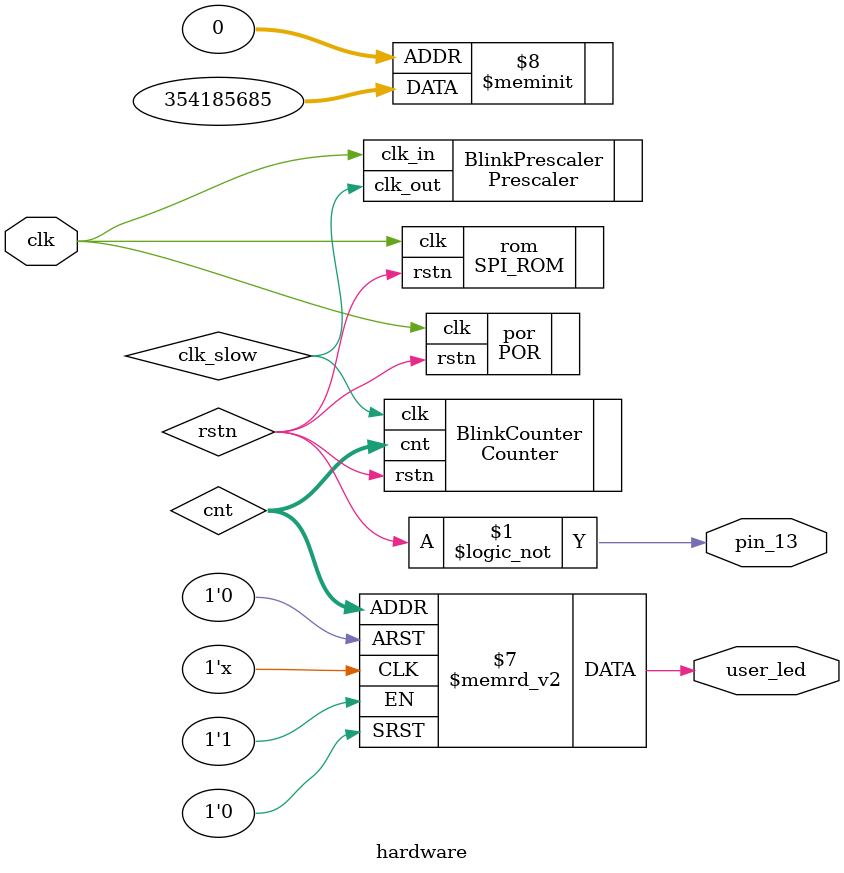
<source format=sv>
module hardware (
    input  logic clk,
    output logic user_led,
    output logic pin_13
);

  // Reset
  logic rstn;
  POR #(
      .POR_CLK(8)
  ) por (
      .clk (clk),
      .rstn(rstn)
  );

  assign pin_13 = !rstn;


  // Blink
  // SOS Pattern
  // [* - * - * - * * * - - - * * * - - - * * * - - - * - * - * -]
  //  0   2   4   6 7 8       121314      181920      24  26  28

  localparam PATTERN_LEN = 30;
  always_comb begin
    case (cnt)
      0, 2, 4, 6, 7, 8, 12, 13, 14, 18, 19, 20, 24, 26, 28: user_led <= 1;
      default: user_led <= 0;
    endcase
  end

  logic clk_slow;
  logic [$clog2(PATTERN_LEN)-1:0] cnt;
  Prescaler #(
      .N(21)
  ) BlinkPrescaler (
      .clk_in (clk),
      .clk_out(clk_slow)
  );
  Counter #(
      .N(PATTERN_LEN)
  ) BlinkCounter (
      .clk (clk_slow),
      .rstn(rstn),
      .cnt (cnt)
  );



  logic [15:0] pc;
  logic [23:0] paddr = 24'h05_0000 + {pc, 2'b00};

  // Read SPI Flash
  SPI_ROM rom (
      .rstn(rstn),
      .clk (clk),
  );

endmodule

</source>
